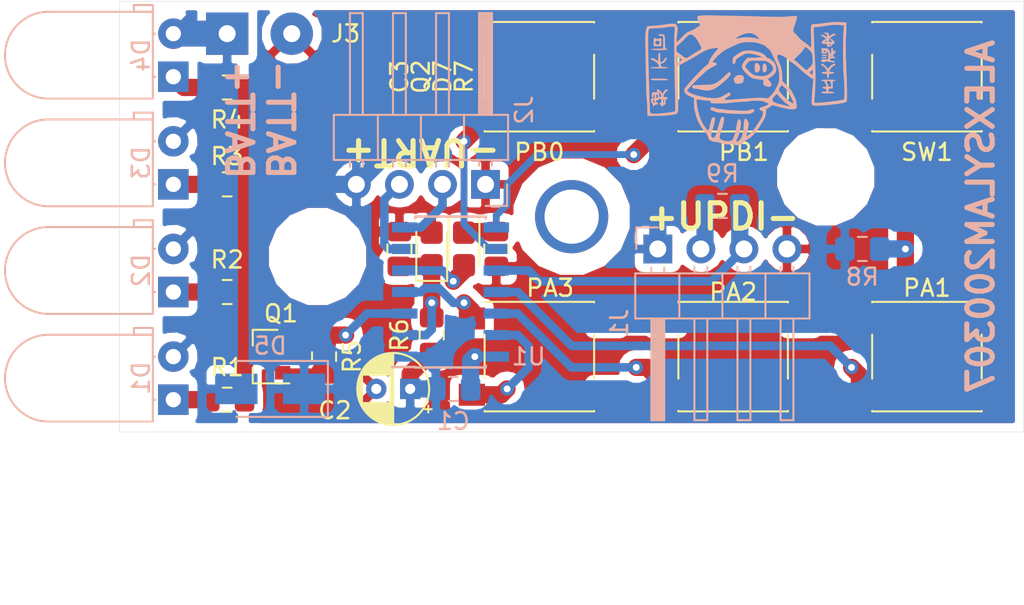
<source format=kicad_pcb>
(kicad_pcb (version 20171130) (host pcbnew 5.0.2-bee76a0~70~ubuntu18.04.1)
  (layers (0 F.Cu signal) (31 B.Cu signal) (34 B.Paste user) (35 F.Paste user) (36 B.SilkS user) (37 F.SilkS user) (38 B.Mask user) (39 F.Mask user) (44 Edge.Cuts user))
  (net 0 "")
  (net 1 VCC)
  (net 2 GND)
  (net 3 +BATT)
  (net 4 "Net-(D1-Pad1)")
  (net 5 "Net-(D2-Pad1)")
  (net 6 "Net-(D3-Pad1)")
  (net 7 "Net-(D4-Pad1)")
  (net 8 "Net-(Q1-Pad1)")
  (net 9 "Net-(Q1-Pad3)")
  (net 10 "Net-(R5-Pad1)")
  (net 11 "Net-(J1-Pad2)")
  (net 12 "Net-(J1-Pad3)")
  (net 13 "Net-(J2-Pad2)")
  (net 14 "Net-(J2-Pad3)")
  (net 15 "Net-(D7-Pad2)")
  (net 16 "Net-(D7-Pad1)")
  (net 17 "Net-(PA1-Pad2)")
  (net 18 "Net-(PA1-Pad1)")
  (net 19 "Net-(PA2-Pad2)")
  (net 20 "Net-(PA3-Pad2)")
  (net 21 "Net-(PB0-Pad2)")
  (net 22 "Net-(PB1-Pad2)")
  (net 23 "Net-(C3-Pad1)")
  (module Button_Switch_SMD:SW_SPST_PTS645 (layer F.Cu) (at 136.525 67.945)
    (fp_text reference PB1 (at 0.635 4.445) (layer F.SilkS))
    (fp_text value SW_SPST)
    (pad 2 smd rect (at -3.98 2.25) (size 1.55 1.3) (layers F.Cu F.Paste F.Mask) (net 22 "Net-(PB1-Pad2)"))
    (pad 1 smd rect (at -3.98 -2.25) (size 1.55 1.3) (layers F.Cu F.Paste F.Mask) (net 18 "Net-(PA1-Pad1)"))
    (pad 1 smd rect (at 3.98 -2.25) (size 1.55 1.3) (layers F.Cu F.Paste F.Mask) (net 18 "Net-(PA1-Pad1)"))
    (pad 2 smd rect (at 3.98 2.25) (size 1.55 1.3) (layers F.Cu F.Paste F.Mask) (net 22 "Net-(PB1-Pad2)"))
  )
  (module Button_Switch_SMD:SW_SPST_PTS645 (layer F.Cu) (at 147.955 67.945)
    (fp_text reference SW1 (at 0 4.445) (layer F.SilkS))
    (fp_text value SW_SPST)
    (pad 2 smd rect (at -3.98 2.25) (size 1.55 1.3) (layers F.Cu F.Paste F.Mask) (net 2 GND))
    (pad 1 smd rect (at -3.98 -2.25) (size 1.55 1.3) (layers F.Cu F.Paste F.Mask) (net 18 "Net-(PA1-Pad1)"))
    (pad 1 smd rect (at 3.98 -2.25) (size 1.55 1.3) (layers F.Cu F.Paste F.Mask) (net 18 "Net-(PA1-Pad1)"))
    (pad 2 smd rect (at 3.98 2.25) (size 1.55 1.3) (layers F.Cu F.Paste F.Mask) (net 2 GND))
  )
  (module Diode_SMD:D_SMA (layer B.Cu) (at 109.22 86.36 180)
    (fp_text reference D5 (at 0 2.54 180) (layer B.SilkS) (effects (justify mirror)))
    (fp_text value B120-E3)
    (pad 1 smd rect (at -2 0 180) (size 2.5 1.8) (layers B.Cu B.Paste B.Mask) (net 1 VCC))
    (pad 2 smd rect (at 2 0 180) (size 2.5 1.8) (layers B.Cu B.Paste B.Mask) (net 3 +BATT))
  )
  (module LED_THT:LED_D5.0mm_Horizontal_O1.27mm_Z3.0mm (layer B.Cu) (at 103.505 67.945 90)
    (fp_text reference D4 (at 1.27 -1.905 90) (layer B.SilkS) (effects (justify mirror)))
    (fp_text value LED)
    (pad 1 thru_hole rect (at 0 0 90) (size 1.8 1.8) (drill 0.9) (layers *.Cu *.Mask) (net 7 "Net-(D4-Pad1)"))
    (pad 2 thru_hole circle (at 2.54 0 90) (size 1.8 1.8) (drill 0.9) (layers *.Cu *.Mask) (net 3 +BATT))
  )
  (module LED_THT:LED_D5.0mm_Horizontal_O1.27mm_Z3.0mm (layer B.Cu) (at 103.505 74.295 90)
    (fp_text reference D3 (at 1.27 -1.905 90) (layer B.SilkS) (effects (justify mirror)))
    (fp_text value LED)
    (pad 1 thru_hole rect (at 0 0 90) (size 1.8 1.8) (drill 0.9) (layers *.Cu *.Mask) (net 6 "Net-(D3-Pad1)"))
    (pad 2 thru_hole circle (at 2.54 0 90) (size 1.8 1.8) (drill 0.9) (layers *.Cu *.Mask) (net 3 +BATT))
  )
  (module LED_THT:LED_D5.0mm_Horizontal_O1.27mm_Z3.0mm (layer B.Cu) (at 103.505 80.645 90)
    (fp_text reference D2 (at 1.27 -1.905 90) (layer B.SilkS) (effects (justify mirror)))
    (fp_text value LED)
    (pad 1 thru_hole rect (at 0 0 90) (size 1.8 1.8) (drill 0.9) (layers *.Cu *.Mask) (net 5 "Net-(D2-Pad1)"))
    (pad 2 thru_hole circle (at 2.54 0 90) (size 1.8 1.8) (drill 0.9) (layers *.Cu *.Mask) (net 3 +BATT))
  )
  (module MountingHole:MountingHole_3.2mm_M3 (layer F.Cu) (at 127 76.2)
    (fp_text reference REF** hide)
    (fp_text value MountingHole_3.2mm_M3)
    (pad "" np_thru_hole circle (at 0 0) (size 4.318 4.318) (drill 3.2) (layers *.Cu *.Mask))
  )
  (module MountingHole:MountingHole_3.2mm_M3 (layer F.Cu) (at 112.014 78.5495)
    (fp_text reference REF** hide)
    (fp_text value MountingHole_3.2mm_M3)
    (pad 1 np_thru_hole circle (at 0 0) (size 3.2 3.2) (drill 3.2) (layers *.Cu *.Mask))
  )
  (module MountingHole:MountingHole_3.2mm_M3 (layer F.Cu) (at 141.986 73.8505)
    (fp_text reference REF** hide)
    (fp_text value MountingHole_3.2mm_M3)
    (pad 1 np_thru_hole circle (at 0 0) (size 3.2 3.2) (drill 3.2) (layers *.Cu *.Mask))
  )
  (module LED_THT:LED_D5.0mm_Horizontal_O1.27mm_Z3.0mm (layer B.Cu) (at 103.505 86.995 90)
    (fp_text reference D1 (at 1.27 -1.905 90) (layer B.SilkS) (effects (justify mirror)))
    (fp_text value LED)
    (pad 2 thru_hole circle (at 2.54 0 90) (size 1.8 1.8) (drill 0.9) (layers *.Cu *.Mask) (net 3 +BATT))
    (pad 1 thru_hole rect (at 0 0 90) (size 1.8 1.8) (drill 0.9) (layers *.Cu *.Mask) (net 4 "Net-(D1-Pad1)"))
  )
  (module Package_SO:SOIC-14_3.9x8.7mm_P1.27mm (layer B.Cu) (at 119.855 80.645)
    (fp_text reference U1 (at 4.605 3.81) (layer B.SilkS) (effects (justify mirror)))
    (fp_text value ATtiny814-SS)
    (pad 1 smd rect (at -2.7 3.81) (size 1.5 0.6) (layers B.Cu B.Paste B.Mask) (net 1 VCC))
    (pad 2 smd rect (at -2.7 2.54) (size 1.5 0.6) (layers B.Cu B.Paste B.Mask) (net 23 "Net-(C3-Pad1)"))
    (pad 3 smd rect (at -2.7 1.27) (size 1.5 0.6) (layers B.Cu B.Paste B.Mask) (net 10 "Net-(R5-Pad1)"))
    (pad 4 smd rect (at -2.7 0) (size 1.5 0.6) (layers B.Cu B.Paste B.Mask) (net 18 "Net-(PA1-Pad1)"))
    (pad 5 smd rect (at -2.7 -1.27) (size 1.5 0.6) (layers B.Cu B.Paste B.Mask) (net 15 "Net-(D7-Pad2)"))
    (pad 6 smd rect (at -2.7 -2.54) (size 1.5 0.6) (layers B.Cu B.Paste B.Mask) (net 14 "Net-(J2-Pad3)"))
    (pad 7 smd rect (at -2.7 -3.81) (size 1.5 0.6) (layers B.Cu B.Paste B.Mask) (net 13 "Net-(J2-Pad2)"))
    (pad 8 smd rect (at 2.7 -3.81) (size 1.5 0.6) (layers B.Cu B.Paste B.Mask) (net 22 "Net-(PB1-Pad2)"))
    (pad 9 smd rect (at 2.7 -2.54) (size 1.5 0.6) (layers B.Cu B.Paste B.Mask) (net 21 "Net-(PB0-Pad2)"))
    (pad 10 smd rect (at 2.7 -1.27) (size 1.5 0.6) (layers B.Cu B.Paste B.Mask) (net 12 "Net-(J1-Pad3)"))
    (pad 11 smd rect (at 2.7 0) (size 1.5 0.6) (layers B.Cu B.Paste B.Mask) (net 17 "Net-(PA1-Pad2)"))
    (pad 12 smd rect (at 2.7 1.27) (size 1.5 0.6) (layers B.Cu B.Paste B.Mask) (net 19 "Net-(PA2-Pad2)"))
    (pad 13 smd rect (at 2.7 2.54) (size 1.5 0.6) (layers B.Cu B.Paste B.Mask) (net 20 "Net-(PA3-Pad2)"))
    (pad 14 smd rect (at 2.7 3.81) (size 1.5 0.6) (layers B.Cu B.Paste B.Mask) (net 2 GND))
  )
  (module Capacitor_SMD:C_0805_2012Metric_Pad1.15x1.40mm_HandSolder (layer B.Cu) (at 120.015 86.36)
    (fp_text reference C1 (at 0 1.905) (layer B.SilkS) (effects (justify mirror)))
    (fp_text value 0u1)
    (pad 1 smd roundrect (at -1.025 0) (size 1.15 1.4) (layers B.Cu B.Paste B.Mask) (roundrect_rratio 0.217391) (net 1 VCC))
    (pad 2 smd roundrect (at 1.025 0) (size 1.15 1.4) (layers B.Cu B.Paste B.Mask) (roundrect_rratio 0.217391) (net 2 GND))
  )
  (module Capacitor_THT:CP_Radial_D4.0mm_P2.00mm (layer F.Cu) (at 117.475 86.36 180)
    (fp_text reference C2 (at 4.445 -1.27 180) (layer F.SilkS))
    (fp_text value 47u)
    (pad 1 thru_hole rect (at 0 0 180) (size 1.2 1.2) (drill 0.6) (layers *.Cu *.Mask) (net 1 VCC))
    (pad 2 thru_hole circle (at 2 0 180) (size 1.2 1.2) (drill 0.6) (layers *.Cu *.Mask) (net 2 GND))
  )
  (module Package_TO_SOT_SMD:SOT-23 (layer F.Cu) (at 108.95 84.455 180)
    (fp_text reference Q1 (at -0.905 2.54 180) (layer F.SilkS))
    (fp_text value BC817)
    (pad 1 smd rect (at -1 -0.95 180) (size 0.9 0.8) (layers F.Cu F.Paste F.Mask) (net 8 "Net-(Q1-Pad1)"))
    (pad 2 smd rect (at -1 0.95 180) (size 0.9 0.8) (layers F.Cu F.Paste F.Mask) (net 2 GND))
    (pad 3 smd rect (at 1 0 180) (size 0.9 0.8) (layers F.Cu F.Paste F.Mask) (net 9 "Net-(Q1-Pad3)"))
  )
  (module Resistor_SMD:R_0805_2012Metric_Pad1.15x1.40mm_HandSolder (layer F.Cu) (at 106.68 86.995)
    (fp_text reference R1 (at 0 -1.905) (layer F.SilkS))
    (fp_text value 18)
    (pad 1 smd roundrect (at -1.025 0) (size 1.15 1.4) (layers F.Cu F.Paste F.Mask) (roundrect_rratio 0.217391) (net 4 "Net-(D1-Pad1)"))
    (pad 2 smd roundrect (at 1.025 0) (size 1.15 1.4) (layers F.Cu F.Paste F.Mask) (roundrect_rratio 0.217391) (net 9 "Net-(Q1-Pad3)"))
  )
  (module Resistor_SMD:R_0805_2012Metric_Pad1.15x1.40mm_HandSolder (layer F.Cu) (at 106.68 80.645)
    (fp_text reference R2 (at 0 -1.905) (layer F.SilkS))
    (fp_text value 18)
    (pad 2 smd roundrect (at 1.025 0) (size 1.15 1.4) (layers F.Cu F.Paste F.Mask) (roundrect_rratio 0.217391) (net 9 "Net-(Q1-Pad3)"))
    (pad 1 smd roundrect (at -1.025 0) (size 1.15 1.4) (layers F.Cu F.Paste F.Mask) (roundrect_rratio 0.217391) (net 5 "Net-(D2-Pad1)"))
  )
  (module Resistor_SMD:R_0805_2012Metric_Pad1.15x1.40mm_HandSolder (layer F.Cu) (at 106.68 74.295)
    (fp_text reference R3 (at 0 -1.65) (layer F.SilkS))
    (fp_text value 18)
    (pad 1 smd roundrect (at -1.025 0) (size 1.15 1.4) (layers F.Cu F.Paste F.Mask) (roundrect_rratio 0.217391) (net 6 "Net-(D3-Pad1)"))
    (pad 2 smd roundrect (at 1.025 0) (size 1.15 1.4) (layers F.Cu F.Paste F.Mask) (roundrect_rratio 0.217391) (net 9 "Net-(Q1-Pad3)"))
  )
  (module Resistor_SMD:R_0805_2012Metric_Pad1.15x1.40mm_HandSolder (layer F.Cu) (at 106.68 68.58)
    (fp_text reference R4 (at 0 1.905) (layer F.SilkS))
    (fp_text value 18)
    (pad 2 smd roundrect (at 1.025 0) (size 1.15 1.4) (layers F.Cu F.Paste F.Mask) (roundrect_rratio 0.217391) (net 9 "Net-(Q1-Pad3)"))
    (pad 1 smd roundrect (at -1.025 0) (size 1.15 1.4) (layers F.Cu F.Paste F.Mask) (roundrect_rratio 0.217391) (net 7 "Net-(D4-Pad1)"))
  )
  (module Resistor_SMD:R_0805_2012Metric_Pad1.15x1.40mm_HandSolder (layer F.Cu) (at 112.395 84.455 270)
    (fp_text reference R5 (at 0 -1.65 270) (layer F.SilkS))
    (fp_text value 4K7)
    (pad 1 smd roundrect (at -1.025 0 270) (size 1.15 1.4) (layers F.Cu F.Paste F.Mask) (roundrect_rratio 0.217391) (net 10 "Net-(R5-Pad1)"))
    (pad 2 smd roundrect (at 1.025 0 270) (size 1.15 1.4) (layers F.Cu F.Paste F.Mask) (roundrect_rratio 0.217391) (net 8 "Net-(Q1-Pad1)"))
  )
  (module Connector_PinHeader_2.54mm:PinHeader_1x04_P2.54mm_Horizontal (layer B.Cu) (at 132.08 78.105 270)
    (fp_text reference J1 (at 4.385 2.27 270) (layer B.SilkS) (effects (justify mirror)))
    (fp_text value Conn_01x04)
    (pad 1 thru_hole rect (at 0 0 270) (size 1.7 1.7) (drill 1) (layers *.Cu *.Mask) (net 1 VCC))
    (pad 2 thru_hole oval (at 0 -2.54 270) (size 1.7 1.7) (drill 1) (layers *.Cu *.Mask) (net 11 "Net-(J1-Pad2)"))
    (pad 3 thru_hole oval (at 0 -5.08 270) (size 1.7 1.7) (drill 1) (layers *.Cu *.Mask) (net 12 "Net-(J1-Pad3)"))
    (pad 4 thru_hole oval (at 0 -7.62 270) (size 1.7 1.7) (drill 1) (layers *.Cu *.Mask) (net 2 GND))
  )
  (module Connector_PinHeader_2.54mm:PinHeader_1x04_P2.54mm_Horizontal (layer B.Cu) (at 121.92 74.295 90)
    (fp_text reference J2 (at 4.385 2.27 90) (layer B.SilkS) (effects (justify mirror)))
    (fp_text value Conn_01x04)
    (pad 1 thru_hole rect (at 0 0 90) (size 1.7 1.7) (drill 1) (layers *.Cu *.Mask) (net 2 GND))
    (pad 2 thru_hole oval (at 0 -2.54 90) (size 1.7 1.7) (drill 1) (layers *.Cu *.Mask) (net 13 "Net-(J2-Pad2)"))
    (pad 3 thru_hole oval (at 0 -5.08 90) (size 1.7 1.7) (drill 1) (layers *.Cu *.Mask) (net 14 "Net-(J2-Pad3)"))
    (pad 4 thru_hole oval (at 0 -7.62 90) (size 1.7 1.7) (drill 1) (layers *.Cu *.Mask) (net 1 VCC))
  )
  (module LED_SMD:LED_0805_2012Metric_Castellated (layer F.Cu) (at 118.745 78.105 90)
    (fp_text reference Q2 (at 10.16 -0.635 90) (layer F.SilkS))
    (fp_text value Q_Photo_NPN)
    (pad 1 smd roundrect (at -0.9625 0 90) (size 1.325 1.3) (layers F.Cu F.Paste F.Mask) (roundrect_rratio 0.192308) (net 23 "Net-(C3-Pad1)"))
    (pad 2 smd roundrect (at 0.9625 0 90) (size 1.325 1.3) (layers F.Cu F.Paste F.Mask) (roundrect_rratio 0.192308) (net 2 GND))
  )
  (module Resistor_SMD:R_0805_2012Metric_Pad1.15x1.40mm_HandSolder (layer F.Cu) (at 118.745 83.185 90)
    (fp_text reference R6 (at 0 -1.905 90) (layer F.SilkS))
    (fp_text value 4K7)
    (pad 1 smd roundrect (at -1.025 0 90) (size 1.15 1.4) (layers F.Cu F.Paste F.Mask) (roundrect_rratio 0.217391) (net 1 VCC))
    (pad 2 smd roundrect (at 1.025 0 90) (size 1.15 1.4) (layers F.Cu F.Paste F.Mask) (roundrect_rratio 0.217391) (net 23 "Net-(C3-Pad1)"))
  )
  (module Resistor_SMD:R_0805_2012Metric_Pad1.15x1.40mm_HandSolder (layer F.Cu) (at 122.555 78.105 270)
    (fp_text reference R7 (at -10.16 1.905 270) (layer F.SilkS))
    (fp_text value 330)
    (pad 1 smd roundrect (at -1.025 0 270) (size 1.15 1.4) (layers F.Cu F.Paste F.Mask) (roundrect_rratio 0.217391) (net 16 "Net-(D7-Pad1)"))
    (pad 2 smd roundrect (at 1.025 0 270) (size 1.15 1.4) (layers F.Cu F.Paste F.Mask) (roundrect_rratio 0.217391) (net 2 GND))
  )
  (module Button_Switch_SMD:SW_SPST_PTS645 (layer F.Cu) (at 136.525 84.455)
    (fp_text reference PA2 (at 0 -3.81) (layer F.SilkS))
    (fp_text value SW_SPST)
    (pad 2 smd rect (at -3.98 2.25) (size 1.55 1.3) (layers F.Cu F.Paste F.Mask) (net 19 "Net-(PA2-Pad2)"))
    (pad 1 smd rect (at -3.98 -2.25) (size 1.55 1.3) (layers F.Cu F.Paste F.Mask) (net 18 "Net-(PA1-Pad1)"))
    (pad 1 smd rect (at 3.98 -2.25) (size 1.55 1.3) (layers F.Cu F.Paste F.Mask) (net 18 "Net-(PA1-Pad1)"))
    (pad 2 smd rect (at 3.98 2.25) (size 1.55 1.3) (layers F.Cu F.Paste F.Mask) (net 19 "Net-(PA2-Pad2)"))
  )
  (module LED_SMD:LED_0805_2012Metric_Castellated (layer F.Cu) (at 120.65 78.105 270)
    (fp_text reference D7 (at -10.16 1.27 270) (layer F.SilkS))
    (fp_text value LED)
    (pad 1 smd roundrect (at -0.9625 0 270) (size 1.325 1.3) (layers F.Cu F.Paste F.Mask) (roundrect_rratio 0.192308) (net 16 "Net-(D7-Pad1)"))
    (pad 2 smd roundrect (at 0.9625 0 270) (size 1.325 1.3) (layers F.Cu F.Paste F.Mask) (roundrect_rratio 0.192308) (net 15 "Net-(D7-Pad2)"))
  )
  (module Button_Switch_SMD:SW_SPST_PTS645 (layer F.Cu) (at 125.095 67.945)
    (fp_text reference PB0 (at 0 4.445) (layer F.SilkS))
    (fp_text value SW_SPST)
    (pad 2 smd rect (at -3.98 2.25) (size 1.55 1.3) (layers F.Cu F.Paste F.Mask) (net 21 "Net-(PB0-Pad2)"))
    (pad 1 smd rect (at -3.98 -2.25) (size 1.55 1.3) (layers F.Cu F.Paste F.Mask) (net 18 "Net-(PA1-Pad1)"))
    (pad 1 smd rect (at 3.98 -2.25) (size 1.55 1.3) (layers F.Cu F.Paste F.Mask) (net 18 "Net-(PA1-Pad1)"))
    (pad 2 smd rect (at 3.98 2.25) (size 1.55 1.3) (layers F.Cu F.Paste F.Mask) (net 21 "Net-(PB0-Pad2)"))
  )
  (module Button_Switch_SMD:SW_SPST_PTS645 (layer F.Cu) (at 147.955 84.455)
    (fp_text reference PA1 (at 0 -4.05) (layer F.SilkS))
    (fp_text value SW_SPST)
    (pad 2 smd rect (at -3.98 2.25) (size 1.55 1.3) (layers F.Cu F.Paste F.Mask) (net 17 "Net-(PA1-Pad2)"))
    (pad 1 smd rect (at -3.98 -2.25) (size 1.55 1.3) (layers F.Cu F.Paste F.Mask) (net 18 "Net-(PA1-Pad1)"))
    (pad 1 smd rect (at 3.98 -2.25) (size 1.55 1.3) (layers F.Cu F.Paste F.Mask) (net 18 "Net-(PA1-Pad1)"))
    (pad 2 smd rect (at 3.98 2.25) (size 1.55 1.3) (layers F.Cu F.Paste F.Mask) (net 17 "Net-(PA1-Pad2)"))
  )
  (module Button_Switch_SMD:SW_SPST_PTS645 (layer F.Cu) (at 125.095 84.455)
    (fp_text reference PA3 (at 0.635 -4.05) (layer F.SilkS))
    (fp_text value SW_SPST)
    (pad 2 smd rect (at -3.98 2.25) (size 1.55 1.3) (layers F.Cu F.Paste F.Mask) (net 20 "Net-(PA3-Pad2)"))
    (pad 1 smd rect (at -3.98 -2.25) (size 1.55 1.3) (layers F.Cu F.Paste F.Mask) (net 18 "Net-(PA1-Pad1)"))
    (pad 1 smd rect (at 3.98 -2.25) (size 1.55 1.3) (layers F.Cu F.Paste F.Mask) (net 18 "Net-(PA1-Pad1)"))
    (pad 2 smd rect (at 3.98 2.25) (size 1.55 1.3) (layers F.Cu F.Paste F.Mask) (net 20 "Net-(PA3-Pad2)"))
  )
  (module Resistor_SMD:R_0805_2012Metric_Pad1.15x1.40mm_HandSolder (layer B.Cu) (at 135.89 75.565)
    (fp_text reference R9 (at 0 -1.905) (layer B.SilkS) (effects (justify mirror)))
    (fp_text value 4K7)
    (pad 1 smd roundrect (at -1.025 0) (size 1.15 1.4) (layers B.Cu B.Paste B.Mask) (roundrect_rratio 0.217391) (net 11 "Net-(J1-Pad2)"))
    (pad 2 smd roundrect (at 1.025 0) (size 1.15 1.4) (layers B.Cu B.Paste B.Mask) (roundrect_rratio 0.217391) (net 12 "Net-(J1-Pad3)"))
  )
  (module Connector_Wire:SolderWirePad_1x02_P3.81mm_Drill1mm (layer F.Cu) (at 106.68 65.405)
    (fp_text reference J3 (at 6.985 0) (layer F.SilkS))
    (fp_text value Conn_01x02)
    (pad 1 thru_hole rect (at 0 0) (size 2.49936 2.49936) (drill 1.00076) (layers *.Cu *.Mask) (net 3 +BATT))
    (pad 2 thru_hole circle (at 3.81 0) (size 2.49936 2.49936) (drill 1.00076) (layers *.Cu *.Mask) (net 2 GND))
  )
  (module Capacitor_SMD:C_0805_2012Metric_Pad1.15x1.40mm_HandSolder (layer F.Cu) (at 116.84 78.105 90)
    (fp_text reference C3 (at 10.16 0 90) (layer F.SilkS))
    (fp_text value 1n)
    (pad 1 smd roundrect (at -1.025 0 90) (size 1.15 1.4) (layers F.Cu F.Paste F.Mask) (roundrect_rratio 0.217391) (net 23 "Net-(C3-Pad1)"))
    (pad 2 smd roundrect (at 1.025 0 90) (size 1.15 1.4) (layers F.Cu F.Paste F.Mask) (roundrect_rratio 0.217391) (net 2 GND))
  )
  (module Resistor_SMD:R_0805_2012Metric_Pad1.15x1.40mm_HandSolder (layer B.Cu) (at 144.145 78.105)
    (fp_text reference R8 (at 0 1.65) (layer B.SilkS) (effects (justify mirror)))
    (fp_text value 4K7)
    (pad 1 smd roundrect (at -1.025 0) (size 1.15 1.4) (layers B.Cu B.Paste B.Mask) (roundrect_rratio 0.217391) (net 1 VCC))
    (pad 2 smd roundrect (at 1.025 0) (size 1.15 1.4) (layers B.Cu B.Paste B.Mask) (roundrect_rratio 0.217391) (net 18 "Net-(PA1-Pad1)"))
  )
  (module ensylam:5dn1l (layer B.Cu) (at 137.16 68.58)
    (fp_text reference G*** hide)
    (fp_text value LOGO hide)
  )
  (gr_text "BATT-\nBATT+" (at 108.585 70.485 270) (layer B.SilkS) (effects (font (size 1.5 1.5) (thickness 0.3)) (justify mirror)))
  (gr_line (start 100.33 88.9) (end 100.33 63.5) (layer Edge.Cuts) (width 0.0254))
  (gr_line (start 100.33 63.5) (end 153.67 63.5) (layer Edge.Cuts) (width 0.0254))
  (gr_text ALEXSYLAM200307 (at 151.13 76.2 90) (layer B.SilkS) (effects (font (size 1.5 1.5) (thickness 0.3)) (justify mirror)))
  (gr_text -UART+ (at 118.11 72.39 180) (layer F.SilkS) (effects (font (size 1.5 1.5) (thickness 0.3))))
  (gr_text +UPDI- (at 135.89 76.2) (layer F.SilkS) (effects (font (size 1.5 1.5) (thickness 0.3))))
  (gr_line (start 153.67 88.9) (end 153.67 63.5) (layer Edge.Cuts) (width 0.0254))
  (gr_line (start 100.33 88.9) (end 153.67 88.9) (layer Edge.Cuts) (width 0.0254))
  (segment (start 114.14 73.89) (end 114.545 74.295) (width 0.508) (layer B.Cu) (net 1))
  (segment (start 114.14 73.66) (end 114.14 73.89) (width 0.508) (layer B.Cu) (net 1))
  (segment (start 110.585 84.455) (end 117.155 84.455) (width 0.508) (layer B.Cu) (net 1))
  (segment (start 114.3 74.295) (end 110.49 74.295) (width 1.016) (layer B.Cu) (net 1))
  (segment (start 118.99 86.36) (end 117.475 86.36) (width 1.016) (layer B.Cu) (net 1))
  (segment (start 118.99 85.335) (end 118.99 86.36) (width 0.508) (layer B.Cu) (net 1))
  (segment (start 117.155 84.455) (end 118.11 84.455) (width 0.508) (layer B.Cu) (net 1))
  (segment (start 118.11 84.455) (end 118.99 85.335) (width 0.508) (layer B.Cu) (net 1))
  (segment (start 117.475 85.48) (end 118.745 84.21) (width 1.016) (layer F.Cu) (net 1))
  (segment (start 117.475 86.36) (end 117.475 85.48) (width 1.016) (layer F.Cu) (net 1))
  (segment (start 132.08 73.66) (end 132.08 78.105) (width 1.016) (layer B.Cu) (net 1))
  (segment (start 132.08 71.12) (end 132.08 73.66) (width 1.016) (layer B.Cu) (net 1))
  (segment (start 130.81 69.85) (end 132.08 71.12) (width 1.016) (layer B.Cu) (net 1))
  (segment (start 114.3 74.295) (end 118.745 69.85) (width 1.016) (layer B.Cu) (net 1))
  (segment (start 118.745 69.85) (end 130.81 69.85) (width 1.016) (layer B.Cu) (net 1))
  (via (at 121.285 84.455) (size 0.8) (drill 0.4) (layers F.Cu B.Cu) (net 2))
  (segment (start 122.555 84.455) (end 121.285 84.455) (width 0.508) (layer B.Cu) (net 2))
  (segment (start 121.04 84.7) (end 121.285 84.455) (width 1.016) (layer B.Cu) (net 2))
  (segment (start 121.04 86.36) (end 121.04 84.7) (width 1.016) (layer B.Cu) (net 2))
  (segment (start 103.505 65.405) (end 106.68 65.405) (width 1.524) (layer B.Cu) (net 3))
  (segment (start 103.505 65.405) (end 106.68 65.405) (width 1.524) (layer F.Cu) (net 3))
  (segment (start 105.655 86.995) (end 103.505 86.995) (width 1.016) (layer F.Cu) (net 4))
  (segment (start 105.655 80.645) (end 103.505 80.645) (width 1.016) (layer F.Cu) (net 5))
  (segment (start 105.655 74.295) (end 103.505 74.295) (width 1.016) (layer F.Cu) (net 6))
  (segment (start 104.14 68.58) (end 103.505 67.945) (width 1.016) (layer F.Cu) (net 7))
  (segment (start 105.655 68.58) (end 104.14 68.58) (width 1.016) (layer F.Cu) (net 7))
  (segment (start 112.32 85.405) (end 112.395 85.48) (width 0.508) (layer F.Cu) (net 8))
  (segment (start 109.95 85.405) (end 112.32 85.405) (width 0.508) (layer F.Cu) (net 8))
  (segment (start 107.705 86.995) (end 107.705 68.58) (width 1.016) (layer F.Cu) (net 9))
  (via (at 113.665 83.185) (size 0.8) (drill 0.4) (layers F.Cu B.Cu) (net 10))
  (segment (start 114.935 81.915) (end 113.665 83.185) (width 0.508) (layer B.Cu) (net 10))
  (segment (start 117.155 81.915) (end 114.935 81.915) (width 0.508) (layer B.Cu) (net 10))
  (segment (start 112.64 83.185) (end 112.395 83.43) (width 1.016) (layer F.Cu) (net 10))
  (segment (start 113.665 83.185) (end 112.64 83.185) (width 1.016) (layer F.Cu) (net 10))
  (segment (start 134.865 77.86) (end 134.62 78.105) (width 1.016) (layer B.Cu) (net 11))
  (segment (start 134.865 75.565) (end 134.865 77.86) (width 1.016) (layer B.Cu) (net 11))
  (segment (start 136.915 77.86) (end 137.16 78.105) (width 1.016) (layer B.Cu) (net 12))
  (segment (start 136.915 75.565) (end 136.915 77.86) (width 1.016) (layer B.Cu) (net 12))
  (segment (start 125.095 80.01) (end 124.46 79.375) (width 0.508) (layer B.Cu) (net 12))
  (segment (start 137.16 78.105) (end 135.255 80.01) (width 0.508) (layer B.Cu) (net 12))
  (segment (start 124.46 79.375) (end 122.555 79.375) (width 0.508) (layer B.Cu) (net 12))
  (segment (start 135.255 80.01) (end 125.095 80.01) (width 0.508) (layer B.Cu) (net 12))
  (segment (start 119.38 75.565) (end 119.38 74.295) (width 0.508) (layer B.Cu) (net 13))
  (segment (start 117.155 76.835) (end 118.11 76.835) (width 0.508) (layer B.Cu) (net 13))
  (segment (start 118.11 76.835) (end 119.38 75.565) (width 0.508) (layer B.Cu) (net 13))
  (segment (start 117.155 78.105) (end 116.205 78.105) (width 0.508) (layer B.Cu) (net 14))
  (segment (start 115.990001 75.144999) (end 116.84 74.295) (width 0.508) (layer B.Cu) (net 14))
  (segment (start 115.950999 75.184001) (end 115.990001 75.144999) (width 0.508) (layer B.Cu) (net 14))
  (segment (start 116.205 78.105) (end 115.950999 77.850999) (width 0.508) (layer B.Cu) (net 14))
  (segment (start 115.950999 77.850999) (end 115.950999 75.184001) (width 0.508) (layer B.Cu) (net 14))
  (via (at 120.015 80.01) (size 0.8) (drill 0.4) (layers F.Cu B.Cu) (net 15))
  (segment (start 119.38 79.375) (end 120.015 80.01) (width 0.508) (layer B.Cu) (net 15))
  (segment (start 117.155 79.375) (end 119.38 79.375) (width 0.508) (layer B.Cu) (net 15))
  (segment (start 120.65 79.375) (end 120.015 80.01) (width 1.016) (layer F.Cu) (net 15))
  (segment (start 120.65 79.0675) (end 120.65 79.375) (width 1.016) (layer F.Cu) (net 15))
  (segment (start 120.7125 77.08) (end 120.65 77.1425) (width 1.016) (layer F.Cu) (net 16))
  (segment (start 122.555 77.08) (end 120.7125 77.08) (width 1.016) (layer F.Cu) (net 16))
  (segment (start 122.555 80.645) (end 123.825 80.645) (width 0.508) (layer B.Cu) (net 17))
  (segment (start 123.825 80.645) (end 126.365 83.185) (width 0.508) (layer B.Cu) (net 17))
  (segment (start 126.365 83.185) (end 127 83.82) (width 0.508) (layer B.Cu) (net 17))
  (via (at 143.51 85.09) (size 0.8) (drill 0.4) (layers F.Cu B.Cu) (net 17))
  (segment (start 127 83.82) (end 142.24 83.82) (width 0.508) (layer B.Cu) (net 17))
  (segment (start 142.24 83.82) (end 143.51 85.09) (width 0.508) (layer B.Cu) (net 17))
  (segment (start 143.975 85.555) (end 143.51 85.09) (width 1.016) (layer F.Cu) (net 17))
  (segment (start 143.975 86.705) (end 143.975 85.555) (width 1.016) (layer F.Cu) (net 17))
  (via (at 120.65 81.28) (size 0.8) (drill 0.4) (layers F.Cu B.Cu) (net 18))
  (segment (start 121.115 81.745) (end 120.65 81.28) (width 1.016) (layer F.Cu) (net 18))
  (segment (start 121.115 82.205) (end 121.115 81.745) (width 1.016) (layer F.Cu) (net 18))
  (segment (start 129.075 82.205) (end 132.545 82.205) (width 1.016) (layer F.Cu) (net 18))
  (segment (start 140.505 82.205) (end 143.975 82.205) (width 1.016) (layer F.Cu) (net 18))
  (segment (start 129.075 65.695) (end 132.545 65.695) (width 1.016) (layer F.Cu) (net 18))
  (segment (start 140.505 65.695) (end 143.975 65.695) (width 1.016) (layer F.Cu) (net 18))
  (segment (start 118.11 80.645) (end 117.155 80.645) (width 0.508) (layer B.Cu) (net 18))
  (segment (start 118.329001 80.425999) (end 118.11 80.645) (width 0.508) (layer B.Cu) (net 18))
  (segment (start 120.65 81.28) (end 120.021078 81.28) (width 0.508) (layer B.Cu) (net 18))
  (segment (start 119.167077 80.425999) (end 118.329001 80.425999) (width 0.508) (layer B.Cu) (net 18))
  (segment (start 120.021078 81.28) (end 119.167077 80.425999) (width 0.508) (layer B.Cu) (net 18))
  (segment (start 145.766 65.695) (end 143.975 65.695) (width 1.016) (layer F.Cu) (net 18))
  (segment (start 145.766 82.205) (end 146.685 81.286) (width 1.016) (layer F.Cu) (net 18))
  (segment (start 146.685 66.614) (end 145.766 65.695) (width 1.016) (layer F.Cu) (net 18))
  (segment (start 146.685 81.286) (end 146.685 66.614) (width 1.016) (layer F.Cu) (net 18))
  (segment (start 143.975 82.205) (end 145.766 82.205) (width 1.016) (layer F.Cu) (net 18))
  (via (at 146.685 78.105) (size 0.8) (drill 0.4) (layers F.Cu B.Cu) (net 18))
  (segment (start 145.17 78.105) (end 146.685 78.105) (width 1.016) (layer B.Cu) (net 18))
  (segment (start 123.813 81.915) (end 126.988 85.09) (width 0.508) (layer B.Cu) (net 19))
  (segment (start 122.555 81.915) (end 123.813 81.915) (width 0.508) (layer B.Cu) (net 19))
  (via (at 130.81 85.09) (size 0.8) (drill 0.4) (layers F.Cu B.Cu) (net 19))
  (segment (start 126.988 85.09) (end 130.81 85.09) (width 0.508) (layer B.Cu) (net 19))
  (segment (start 132.545 86.705) (end 132.545 86.19) (width 1.016) (layer F.Cu) (net 19))
  (segment (start 131.445 85.09) (end 130.81 85.09) (width 1.016) (layer F.Cu) (net 19))
  (segment (start 132.545 86.19) (end 131.445 85.09) (width 1.016) (layer F.Cu) (net 19))
  (segment (start 123.813 83.185) (end 124.46 83.832) (width 0.508) (layer B.Cu) (net 20))
  (segment (start 122.555 83.185) (end 123.813 83.185) (width 0.508) (layer B.Cu) (net 20))
  (via (at 123.19 86.36) (size 0.8) (drill 0.4) (layers F.Cu B.Cu) (net 20))
  (segment (start 124.46 83.832) (end 124.46 85.09) (width 0.508) (layer B.Cu) (net 20))
  (segment (start 124.46 85.09) (end 123.19 86.36) (width 0.508) (layer B.Cu) (net 20))
  (segment (start 122.845 86.705) (end 123.19 86.36) (width 1.016) (layer F.Cu) (net 20))
  (segment (start 121.115 86.705) (end 122.845 86.705) (width 1.016) (layer F.Cu) (net 20))
  (via (at 120.65 71.755) (size 0.8) (drill 0.4) (layers F.Cu B.Cu) (net 21))
  (segment (start 120.65 76.65) (end 120.65 71.755) (width 0.4064) (layer B.Cu) (net 21))
  (segment (start 122.555 78.105) (end 122.105 78.105) (width 0.4064) (layer B.Cu) (net 21))
  (segment (start 122.105 78.105) (end 120.65 76.65) (width 0.4064) (layer B.Cu) (net 21))
  (segment (start 121.115 71.29) (end 120.65 71.755) (width 1.016) (layer F.Cu) (net 21))
  (segment (start 121.115 70.195) (end 121.115 71.29) (width 1.016) (layer F.Cu) (net 21))
  (via (at 130.661525 72.538475) (size 0.8) (drill 0.4) (layers F.Cu B.Cu) (net 22))
  (segment (start 132.545 70.655) (end 130.661525 72.538475) (width 1.016) (layer F.Cu) (net 22))
  (segment (start 132.545 70.195) (end 132.545 70.655) (width 1.016) (layer F.Cu) (net 22))
  (segment (start 122.555 76.1286) (end 122.555 76.835) (width 0.4064) (layer B.Cu) (net 22))
  (segment (start 123.19 75.4936) (end 122.555 76.1286) (width 0.4064) (layer B.Cu) (net 22))
  (segment (start 123.19 74.295) (end 123.19 75.4936) (width 0.4064) (layer B.Cu) (net 22))
  (segment (start 130.661525 72.538475) (end 124.946525 72.538475) (width 0.4064) (layer B.Cu) (net 22))
  (segment (start 124.946525 72.538475) (end 123.19 74.295) (width 0.4064) (layer B.Cu) (net 22))
  (via (at 118.745 81.28) (size 0.8) (drill 0.4) (layers F.Cu B.Cu) (net 23))
  (segment (start 118.745 82.16) (end 118.745 79.0675) (width 1.016) (layer F.Cu) (net 23))
  (segment (start 118.413 83.185) (end 118.745 82.853) (width 0.508) (layer B.Cu) (net 23))
  (segment (start 117.155 83.185) (end 118.413 83.185) (width 0.508) (layer B.Cu) (net 23))
  (segment (start 118.745 82.853) (end 118.745 81.28) (width 0.508) (layer B.Cu) (net 23))
  (segment (start 118.6825 79.13) (end 118.745 79.0675) (width 1.016) (layer F.Cu) (net 23))
  (segment (start 116.84 79.13) (end 118.6825 79.13) (width 1.016) (layer F.Cu) (net 23))
  (zone (net 3) (net_name +BATT) (layer B.Cu) (connect_pads (clearance 0.508)) (min_thickness 0.254) (fill yes (arc_segments 16) (thermal_gap 0.508) (thermal_bridge_width 0.508))
    (polygon (pts (xy 102.87 63.5) (xy 102.87 88.9) (xy 107.315 88.9) (xy 107.315 63.5)))
  )
  (zone (net 2) (net_name GND) (layer F.Cu) (connect_pads (clearance 0.508)) (min_thickness 0.254) (fill yes (arc_segments 16) (thermal_gap 0.508) (thermal_bridge_width 0.508))
    (polygon (pts (xy 108.585 63.5) (xy 108.585 88.9) (xy 153.67 88.9) (xy 153.67 63.5)))
  )
  (zone (net 1) (net_name VCC) (layer B.Cu) (connect_pads (clearance 0.508)) (min_thickness 0.254) (fill yes (arc_segments 16) (thermal_gap 0.508) (thermal_bridge_width 0.508))
    (polygon (pts (xy 107.95 63.5) (xy 107.95 88.9) (xy 153.67 88.9) (xy 153.67 63.5)))
  )
)
</source>
